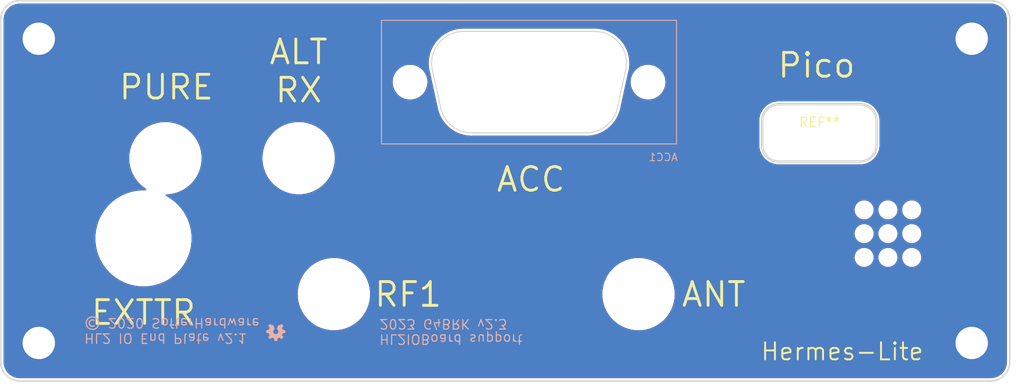
<source format=kicad_pcb>
(kicad_pcb (version 20211014) (generator pcbnew)
  (title_block (title "Hermes-Lite End Plate 40") (date "2019-12-01") (rev "2.1") (company "SofterHardware") (comment 1 "KF7O Steve Haynal"))
  (layers (0 "F.Cu" signal) (31 "B.Cu" signal) (34 "B.Paste" user) (35 "F.Paste" user) (36 "B.SilkS" user "B.Silkscreen") (37 "F.SilkS" user "F.Silkscreen") (38 "B.Mask" user) (39 "F.Mask" user) (44 "Edge.Cuts" user))
  (net 0 "")
  (net 1 "GNDS")
  (footprint "endcaplib:basic_back" (layer "F.Cu") (at 63.6 81.7)
    (fp_text reference "REF**" hide)
    (fp_text value "basic_back" hide)
    (pad "" np_thru_hole circle locked (at 20 -0.635) (size 7 7) (drill 7) (layers *.Cu *.Mask))
    (pad "" np_thru_hole circle locked (at 52 -0.635) (size 7 7) (drill 7) (layers *.Cu *.Mask))
    (pad "" np_thru_hole circle locked (at 0 -6.5) (size 9.5 9.5) (drill 9.5) (layers *.Cu *.Mask))
  )
  (footprint "endcaplib:mh3mmround" (layer "F.Cu") (at 150.6 86.2 180)
    (fp_text reference "MH1" hide)
    (fp_text value "3mm")
    (pad "1" thru_hole circle locked (at 0 0 180) (size 4.9 4.9) (drill 3.4) (layers *.Cu *.Mask) (net 1 "GNDS"))
  )
  (footprint "endcaplib:mh3mmround" (layer "F.Cu") (at 52.6 86.2 180)
    (fp_text reference "MH2" hide)
    (fp_text value "3mm")
    (pad "1" thru_hole circle locked (at 0 0 180) (size 4.9 4.9) (drill 3.4) (layers *.Cu *.Mask) (net 1 "GNDS"))
  )
  (footprint "endcaplib:mh3mmround" (layer "F.Cu") (at 52.6 54.2 180)
    (fp_text reference "MH3" hide)
    (fp_text value "3mm")
    (pad "1" thru_hole circle locked (at 0 0 180) (size 4.9 4.9) (drill 3.4) (layers *.Cu *.Mask) (net 1 "GNDS"))
  )
  (footprint "endcaplib:mh3mmround" (layer "F.Cu") (at 150.6 54.2 180)
    (fp_text reference "MH4" hide)
    (fp_text value "3mm")
    (pad "1" thru_hole circle locked (at 0 0 180) (size 4.9 4.9) (drill 3.4) (layers *.Cu *.Mask) (net 1 "GNDS"))
  )
  (footprint "endcaplib:speakerventsmall" (layer "F.Cu") (at 144.3 72.2 180)
    (fp_text reference "REF**" hide)
    (fp_text value "speakerventsmall")
    (pad "" np_thru_hole circle locked (at 2.5 -2.5 180) (size 1.4 1.4) (drill 1.4) (layers *.Cu *.Mask))
    (pad "" np_thru_hole circle locked (at 2.5 0 180) (size 1.4 1.4) (drill 1.4) (layers *.Cu *.Mask))
    (pad "" np_thru_hole circle locked (at 0 -5 180) (size 1.4 1.4) (drill 1.4) (layers *.Cu *.Mask))
    (pad "" np_thru_hole circle locked (at 5 -5 180) (size 1.4 1.4) (drill 1.4) (layers *.Cu *.Mask))
    (pad "" np_thru_hole circle locked (at 5 -2.5 180) (size 1.4 1.4) (drill 1.4) (layers *.Cu *.Mask))
    (pad "" np_thru_hole circle locked (at 5 0 180) (size 1.4 1.4) (drill 1.4) (layers *.Cu *.Mask))
    (pad "" np_thru_hole circle locked (at 0 -2.5 180) (size 1.4 1.4) (drill 1.4) (layers *.Cu *.Mask))
    (pad "" np_thru_hole circle locked (at 0 0 180) (size 1.4 1.4) (drill 1.4) (layers *.Cu *.Mask))
    (pad "" np_thru_hole circle locked (at 2.5 -5 180) (size 1.4 1.4) (drill 1.4) (layers *.Cu *.Mask))
  )
  (footprint "MountingEquipment:sma_hole" (layer "F.Cu") (at 65.9 66.765)
    (fp_text reference "REF**" (at -0.2 -0.235 unlocked) (layer "F.SilkS"))
    (fp_text value "sma_hole")
    (pad "" np_thru_hole circle (at 0 0) (size 7 7) (drill 7) (layers F&B.Cu *.Mask))
  )
  (footprint "Connector_USB:USB_mini_hole" (layer "F.Cu") (at 134.6 64.1)
    (fp_text reference "REF**" (at 0 -1.1 unlocked) (layer "F.SilkS"))
    (fp_text value "USB_mini_hole")
    (fp_line (start 4.262563 -3.012563) (end -4.262563 -3.012563) (layer "Edge.Cuts") (width 0.25))
    (fp_line (start -6.012563 1.262563) (end -6.012563 -1.262563) (layer "Edge.Cuts") (width 0.25))
    (fp_line (start 4.262563 3.012563) (end -4.262563 3.012563) (layer "Edge.Cuts") (width 0.25))
    (fp_line (start 6.012563 -1.262563) (end 6.012563 1.262563) (layer "Edge.Cuts") (width 0.25))
    (fp_arc (start 6.012563 1.262563) (mid 5.499999 2.499999) (end 4.262563 3.012563) (layer "Edge.Cuts") (width 0.25))
    (fp_arc (start -4.262563 3.012563) (mid -5.5 2.5) (end -6.012563 1.262563) (layer "Edge.Cuts") (width 0.25))
    (fp_arc (start 4.262563 -3.012563) (mid 5.499999 -2.499999) (end 6.012563 -1.262563) (layer "Edge.Cuts") (width 0.25))
    (fp_arc (start -6.012563 -1.262563) (mid -5.5 -2.5) (end -4.262563 -3.012563) (layer "Edge.Cuts") (width 0.25))
  )
  (footprint "MountingEquipment:sma_hole" (layer "F.Cu") (at 79.9 66.765)
    (fp_text reference "REF**" (at 0 -0.5 unlocked) (layer "F.SilkS"))
    (fp_text value "sma_hole")
    (pad "" np_thru_hole circle (at 0 0) (size 7 7) (drill 7) (layers F&B.Cu *.Mask))
  )
  (footprint "endcaplib:db9inside" (layer "B.Cu") (at 104.1 58.765 180)
    (fp_text reference "ACC1" (at -14.1 -7.9) (layer "B.SilkS") (effects (font (size 0.8 0.8) (thickness 0.1)) (justify mirror)))
    (fp_text value "DB9")
    (fp_line (start 15.5 6.5) (end 15.5 -6.5) (layer "B.SilkS") (width 0.1))
    (fp_line (start -15.5 -6.5) (end -15.5 6.5) (layer "B.SilkS") (width 0.1))
    (fp_line (start -15.5 6.5) (end 15.5 6.5) (layer "B.SilkS") (width 0.1))
    (fp_line (start 15.5 -6.5) (end -15.5 -6.5) (layer "B.SilkS") (width 0.1))
    (fp_line (start 10.15 1.27) (end 9.27 -2.75) (layer "Edge.Cuts") (width 0.1))
    (fp_line (start -10.15 1.27) (end -9.27 -2.75) (layer "Edge.Cuts") (width 0.1))
    (fp_line (start -6.885 5.33) (end 6.885 5.33) (layer "Edge.Cuts") (width 0.1))
    (fp_line (start -6.005 -5.33) (end 6.005 -5.33) (layer "Edge.Cuts") (width 0.1))
    (fp_arc (start -9.27 -2.75) (mid -8.080879 -4.615119) (end -5.9892 -5.334531) (layer "Edge.Cuts") (width 0.1))
    (fp_arc (start 5.9892 -5.334531) (mid 8.08088 -4.615119) (end 9.27 -2.75) (layer "Edge.Cuts") (width 0.1))
    (fp_arc (start -6.885 5.33) (mid -9.506737 4.065424) (end -10.14914 1.226414) (layer "Edge.Cuts") (width 0.1))
    (fp_arc (start 10.14914 1.226414) (mid 9.506738 4.065424) (end 6.885 5.33) (layer "Edge.Cuts") (width 0.1))
    (pad "" np_thru_hole circle locked (at 12.5 0 180) (size 3.05 3.05) (drill 3.05) (layers *.Cu *.Mask))
    (pad "" np_thru_hole circle locked (at -12.5 0 180) (size 3.05 3.05) (drill 3.05) (layers *.Cu *.Mask))
  )
  (footprint "HERMESLITE:OSHW-logo_silkscreen-back_2mm" (layer "B.Cu") (at 77.5 85.1)
    (fp_text reference "G***" hide)
    (fp_text value "OSHW-logo_silkscreen-back_2mm" hide)
    (fp_poly (pts (xy 0.60452 -0.89662) (xy 0.59436 -0.89154) (xy 0.5715 -0.8763) (xy 0.53848 -0.85598) (xy 0.49784 -0.82804) (xy 0.45974 -0.80264) (xy 0.42672 -0.77978) (xy 0.40386 -0.76454) (xy 0.3937 -0.75946) (xy 0.38862 -0.762) (xy 0.37084 -0.77216) (xy 0.3429 -0.78486) (xy 0.32766 -0.79248) (xy 0.30226 -0.80518) (xy 0.28956 -0.80772) (xy 0.28702 -0.80264) (xy 0.27686 -0.78486) (xy 0.26416 -0.75184) (xy 0.24384 -0.70866) (xy 0.22352 -0.65786) (xy 0.20066 -0.60198) (xy 0.1778 -0.5461) (xy 0.15494 -0.49276) (xy 0.13462 -0.4445) (xy 0.11938 -0.4064) (xy 0.10922 -0.37846) (xy 0.10414 -0.3683) (xy 0.10668 -0.36576) (xy 0.11938 -0.35306) (xy 0.1397 -0.33782) (xy 0.18796 -0.29718) (xy 0.23368 -0.23876) (xy 0.26416 -0.17272) (xy 0.27178 -0.09906) (xy 0.26416 -0.03302) (xy 0.23876 0.03048) (xy 0.19304 0.09144) (xy 0.13716 0.13462) (xy 0.07112 0.16256) (xy 0 0.17018) (xy -0.06858 0.16256) (xy -0.13462 0.13716) (xy -0.19558 0.09144) (xy -0.21844 0.0635) (xy -0.254 0.00254) (xy -0.27432 -0.05842) (xy -0.27432 -0.07366) (xy -0.27178 -0.14478) (xy -0.25146 -0.21336) (xy -0.2159 -0.27178) (xy -0.16256 -0.32258) (xy -0.15748 -0.32766) (xy -0.13208 -0.34544) (xy -0.11684 -0.3556) (xy -0.10414 -0.36576) (xy -0.19304 -0.58166) (xy -0.20828 -0.61722) (xy -0.23368 -0.67564) (xy -0.254 -0.72644) (xy -0.27178 -0.76708) (xy -0.28448 -0.79248) (xy -0.28956 -0.80518) (xy -0.29718 -0.80518) (xy -0.31242 -0.8001) (xy -0.3429 -0.78486) (xy -0.36322 -0.7747) (xy -0.38608 -0.76454) (xy -0.39624 -0.75946) (xy -0.4064 -0.76454) (xy -0.42672 -0.77978) (xy -0.45974 -0.8001) (xy -0.49784 -0.8255) (xy -0.5334 -0.8509) (xy -0.56896 -0.87376) (xy -0.59182 -0.889) (xy -0.60452 -0.89662) (xy -0.60706 -0.89662) (xy -0.61722 -0.889) (xy -0.63754 -0.87376) (xy -0.66548 -0.84582) (xy -0.70612 -0.80518) (xy -0.71374 -0.8001) (xy -0.74676 -0.76454) (xy -0.7747 -0.73406) (xy -0.79502 -0.71374) (xy -0.8001 -0.70612) (xy -0.79502 -0.69342) (xy -0.77978 -0.66802) (xy -0.75692 -0.635) (xy -0.72898 -0.59436) (xy -0.65786 -0.49022) (xy -0.6985 -0.3937) (xy -0.70866 -0.36322) (xy -0.7239 -0.32766) (xy -0.7366 -0.30226) (xy -0.74168 -0.28956) (xy -0.75184 -0.28702) (xy -0.77978 -0.2794) (xy -0.81788 -0.27178) (xy -0.8636 -0.26416) (xy -0.90932 -0.254) (xy -0.94742 -0.24638) (xy -0.9779 -0.2413) (xy -0.9906 -0.23876) (xy -0.99314 -0.23622) (xy -0.99568 -0.23114) (xy -0.99822 -0.21844) (xy -0.99822 -0.19304) (xy -0.99822 -0.15494) (xy -0.99822 -0.09906) (xy -0.99822 -0.09398) (xy -0.99822 -0.04064) (xy -0.99822 0) (xy -0.99568 0.0254) (xy -0.99314 0.03556) (xy -0.98044 0.04064) (xy -0.9525 0.04572) (xy -0.9144 0.05334) (xy -0.86614 0.0635) (xy -0.8636 0.0635) (xy -0.81534 0.07112) (xy -0.77724 0.08128) (xy -0.7493 0.08636) (xy -0.7366 0.09144) (xy -0.73406 0.09398) (xy -0.7239 0.11176) (xy -0.7112 0.14224) (xy -0.69596 0.1778) (xy -0.68072 0.21336) (xy -0.66548 0.24892) (xy -0.65786 0.27178) (xy -0.65532 0.28448) (xy -0.66294 0.29464) (xy -0.67818 0.32004) (xy -0.70104 0.35306) (xy -0.72898 0.3937) (xy -0.73152 0.39878) (xy -0.75946 0.43688) (xy -0.77978 0.47244) (xy -0.79502 0.4953) (xy -0.8001 0.50546) (xy -0.8001 0.508) (xy -0.79248 0.51816) (xy -0.77216 0.54102) (xy -0.74168 0.5715) (xy -0.70612 0.60706) (xy -0.69596 0.61722) (xy -0.65786 0.65532) (xy -0.62992 0.68072) (xy -0.61214 0.69342) (xy -0.60452 0.6985) (xy -0.60452 0.69596) (xy -0.59182 0.69088) (xy -0.56642 0.6731) (xy -0.5334 0.65024) (xy -0.49276 0.6223) (xy -0.49022 0.61976) (xy -0.44958 0.59436) (xy -0.41656 0.5715) (xy -0.3937 0.55626) (xy -0.38354 0.54864) (xy -0.381 0.54864) (xy -0.36576 0.55372) (xy -0.33528 0.56388) (xy -0.30226 0.57658) (xy -0.26416 0.59182) (xy -0.23114 0.60706) (xy -0.20574 0.61722) (xy -0.19304 0.62484) (xy -0.18796 0.64008) (xy -0.18288 0.67056) (xy -0.17272 0.7112) (xy -0.1651 0.75946) (xy -0.16256 0.76708) (xy -0.15494 0.81534) (xy -0.14732 0.85344) (xy -0.1397 0.88138) (xy -0.13716 0.89408) (xy -0.13208 0.89408) (xy -0.10668 0.89662) (xy -0.07112 0.89662) (xy -0.02794 0.89662) (xy 0.01524 0.89662) (xy 0.05842 0.89662) (xy 0.09652 0.89408) (xy 0.12192 0.89408) (xy 0.13462 0.89154) (xy 0.13462 0.889) (xy 0.1397 0.8763) (xy 0.14478 0.84582) (xy 0.15494 0.80518) (xy 0.16256 0.75438) (xy 0.1651 0.74676) (xy 0.17272 0.6985) (xy 0.18288 0.6604) (xy 0.18796 0.63246) (xy 0.1905 0.6223) (xy 0.19558 0.61976) (xy 0.21336 0.61214) (xy 0.24638 0.59944) (xy 0.28702 0.58166) (xy 0.37846 0.5461) (xy 0.49022 0.6223) (xy 0.50038 0.62992) (xy 0.54102 0.65786) (xy 0.57404 0.67818) (xy 0.5969 0.69342) (xy 0.60706 0.6985) (xy 0.61722 0.68834) (xy 0.64008 0.66802) (xy 0.67056 0.63754) (xy 0.70612 0.60452) (xy 0.73152 0.57658) (xy 0.762 0.5461) (xy 0.78232 0.52578) (xy 0.79248 0.51054) (xy 0.79756 0.50292) (xy 0.79502 0.49784) (xy 0.78994 0.48514) (xy 0.77216 0.46228) (xy 0.7493 0.42672) (xy 0.72136 0.38862) (xy 0.6985 0.35306) (xy 0.67564 0.3175) (xy 0.6604 0.28956) (xy 0.65278 0.27686) (xy 0.65532 0.27178) (xy 0.66294 0.24892) (xy 0.67564 0.2159) (xy 0.69342 0.17526) (xy 0.73152 0.08636) (xy 0.78994 0.0762) (xy 0.8255 0.06858) (xy 0.8763 0.06096) (xy 0.92202 0.0508) (xy 0.99568 0.03556) (xy 0.99822 -0.23114) (xy 0.98806 -0.23622) (xy 0.97536 -0.2413) (xy 0.94996 -0.24638) (xy 0.90932 -0.254) (xy 0.8636 -0.26162) (xy 0.8255 -0.26924) (xy 0.78486 -0.27686) (xy 0.75692 -0.28194) (xy 0.74422 -0.28448) (xy 0.74168 -0.28956) (xy 0.73152 -0.30988) (xy 0.71628 -0.34036) (xy 0.70104 -0.37592) (xy 0.6858 -0.41402) (xy 0.6731 -0.44958) (xy 0.66294 -0.47498) (xy 0.65786 -0.49022) (xy 0.66294 -0.50038) (xy 0.67818 -0.52324) (xy 0.70104 -0.55626) (xy 0.72644 -0.59436) (xy 0.75438 -0.635) (xy 0.77724 -0.66802) (xy 0.79248 -0.69342) (xy 0.8001 -0.70358) (xy 0.79502 -0.7112) (xy 0.77978 -0.72898) (xy 0.75184 -0.75946) (xy 0.70612 -0.80518) (xy 0.6985 -0.81026) (xy 0.66548 -0.84582) (xy 0.635 -0.87122) (xy 0.61468 -0.89154) (xy 0.60452 -0.89662)) (layer "B.SilkS") (width 0.00254) (fill solid))
  )
  (gr_line (start 152.6 90.2) (end 50.6 90.2) (layer "Edge.Cuts") (width 0.15))
  (gr_arc (start 152.6 50.2) (mid 154.014214 50.785786) (end 154.6 52.2) (layer "Edge.Cuts") (width 0.15))
  (gr_line (start 50.6 50.2) (end 152.6 50.2) (layer "Edge.Cuts") (width 0.15))
  (gr_line (start 154.6 52.2) (end 154.6 88.2) (layer "Edge.Cuts") (width 0.15))
  (gr_arc (start 50.6 90.2) (mid 49.185786 89.614214) (end 48.6 88.2) (layer "Edge.Cuts") (width 0.15))
  (gr_arc (start 48.6 52.2) (mid 49.185786 50.785786) (end 50.6 50.2) (layer "Edge.Cuts") (width 0.15))
  (gr_line (start 48.6 88.2) (end 48.6 52.2) (layer "Edge.Cuts") (width 0.15))
  (gr_arc (start 154.6 88.2) (mid 154.014214 89.614214) (end 152.6 90.2) (layer "Edge.Cuts") (width 0.15))
  (gr_text "HL2 IO End Plate v2.1\n© 2020 SofterHardware" (at 57.3 84.9 180) (layer "B.SilkS") (effects (font (size 1 1) (thickness 0.12)) (justify left mirror)))
  (gr_text "HL2IOBoard support\n2023 G4BRK v2.3" (at 88.3 85 180) (layer "B.SilkS") (effects (font (size 1 1) (thickness 0.12)) (justify left mirror)))
  (gr_text "RF1" (at 91.4 81.1) (layer "F.SilkS") (effects (font (size 2.5 2.5) (thickness 0.3))))
  (gr_text "PURE" (at 66 59.3) (layer "F.SilkS") (effects (font (size 2.5 2.5) (thickness 0.3))))
  (gr_text "EXTTR" (at 63.6 83) (layer "F.SilkS") (effects (font (size 2.5 2.5) (thickness 0.3))))
  (gr_text "ACC" (at 104.3 69) (layer "F.SilkS") (effects (font (size 2.5 2.5) (thickness 0.3))))
  (gr_text "Hermes-Lite" (at 137 87.1) (layer "F.SilkS") (effects (font (size 1.8 1.8) (thickness 0.2))))
  (gr_text "ANT" (at 123.5 81.1) (layer "F.SilkS") (effects (font (size 2.5 2.5) (thickness 0.3))))
  (gr_text "Pico" (at 134.3 57) (layer "F.SilkS") (effects (font (size 2.5 2.5) (thickness 0.3))))
  (gr_text "ALT\nRX" (at 79.9 57.6) (layer "F.SilkS") (effects (font (size 2.5 2.5) (thickness 0.3))))
  (zone (net 1) (net_name "GNDS") (layer "F.Cu") (connect_pads (clearance 0.3)) (min_thickness 0.2) (fill yes (thermal_gap 0.3) (thermal_bridge_width 0.8))
    (polygon (pts (xy 154.6 90.2) (xy 154.6 50.2) (xy 48.6 50.2) (xy 48.6 90.2)))
  )
  (zone (net 1) (net_name "GNDS") (layer "B.Cu") (connect_pads (clearance 0.3)) (min_thickness 0.2) (fill yes (thermal_gap 0.3) (thermal_bridge_width 0.8))
    (polygon (pts (xy 154.6 90.2) (xy 154.6 50.2) (xy 48.6 50.2) (xy 48.6 90.2)))
  )
)
</source>
